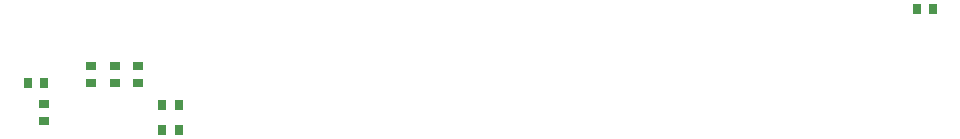
<source format=gbp>
G04*
G04 #@! TF.GenerationSoftware,Altium Limited,Altium Designer,22.7.1 (60)*
G04*
G04 Layer_Color=128*
%FSLAX24Y24*%
%MOIN*%
G70*
G04*
G04 #@! TF.SameCoordinates,1DD6C3B8-EF33-4A04-8B88-EBD51A11C9DD*
G04*
G04*
G04 #@! TF.FilePolarity,Positive*
G04*
G01*
G75*
%ADD26R,0.0374X0.0315*%
%ADD28R,0.0315X0.0374*%
D26*
X26279Y17886D02*
D03*
Y17334D02*
D03*
X29425Y19154D02*
D03*
Y18603D02*
D03*
X27850Y19160D02*
D03*
Y18609D02*
D03*
X28637Y19154D02*
D03*
Y18603D02*
D03*
D28*
X55914Y21074D02*
D03*
X55363D02*
D03*
X30767Y17029D02*
D03*
X30216D02*
D03*
Y17880D02*
D03*
X30767D02*
D03*
X26284Y18609D02*
D03*
X25733D02*
D03*
M02*

</source>
